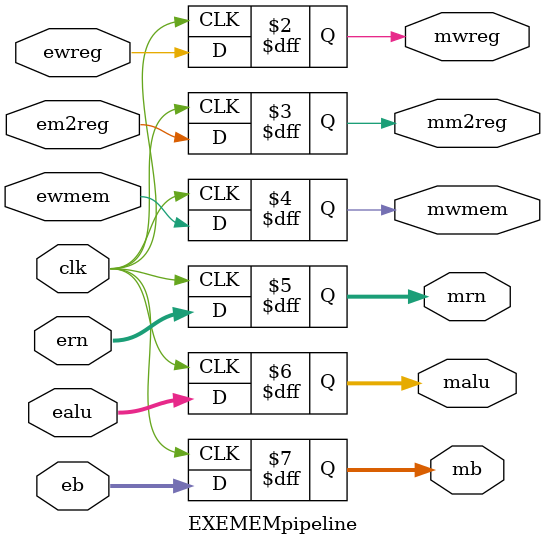
<source format=v>
`timescale 1ns / 1ps


module EXEMEMpipeline(
    input ewreg,            // Control signal for writing to the register file
    input em2reg,           // Control signal for writing to the register file (Memory stage)
    input ewmem,            // Control signal for writing to memory
    input [4:0] ern,   // Destination register address
    input [31:0] ealu,         // Result from the ALU
    input [31:0] eb,       // Value from source register B
    input clk,              // Clock signal

    output reg mwreg,       // Output for write enable signal
    output reg mm2reg,      // Output for write enable signal (M2 stage)
    output reg mwmem,       // Output for memory write enable signal
    output reg [4:0] mrn, // Output for destination register address
    output reg [31:0] malu,    // Output for result from the ALU
    output reg [31:0] mb    // Output for value from source register B
);

always @ (posedge clk)
begin
    mwreg = ewreg;
    mm2reg = em2reg;
    mwmem = ewmem;
    mrn = ern;
    malu = ealu;
    mb = eb;
end

endmodule // End of the module


</source>
